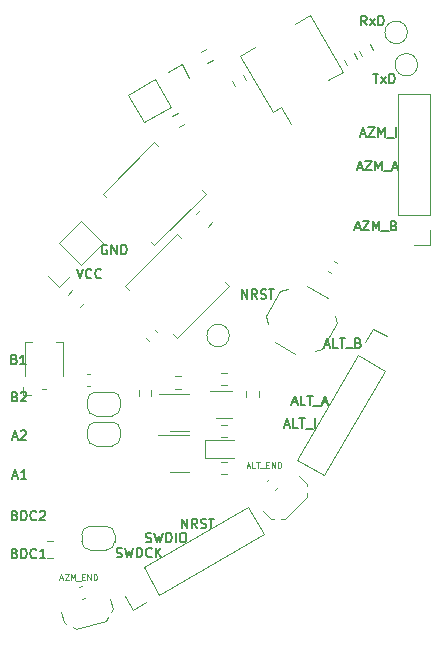
<source format=gbr>
%TF.GenerationSoftware,KiCad,Pcbnew,7.0.7*%
%TF.CreationDate,2023-12-04T17:40:57-05:00*%
%TF.ProjectId,PEEKbot_APS,5045454b-626f-4745-9f41-50532e6b6963,rev?*%
%TF.SameCoordinates,Original*%
%TF.FileFunction,Legend,Top*%
%TF.FilePolarity,Positive*%
%FSLAX46Y46*%
G04 Gerber Fmt 4.6, Leading zero omitted, Abs format (unit mm)*
G04 Created by KiCad (PCBNEW 7.0.7) date 2023-12-04 17:40:57*
%MOMM*%
%LPD*%
G01*
G04 APERTURE LIST*
%ADD10C,0.150000*%
%ADD11C,0.125000*%
%ADD12C,0.120000*%
G04 APERTURE END LIST*
D10*
X19656664Y-177313323D02*
X20037617Y-177313323D01*
X19580474Y-177541895D02*
X19847141Y-176741895D01*
X19847141Y-176741895D02*
X20113807Y-177541895D01*
X20342378Y-176818085D02*
X20380474Y-176779990D01*
X20380474Y-176779990D02*
X20456664Y-176741895D01*
X20456664Y-176741895D02*
X20647140Y-176741895D01*
X20647140Y-176741895D02*
X20723331Y-176779990D01*
X20723331Y-176779990D02*
X20761426Y-176818085D01*
X20761426Y-176818085D02*
X20799521Y-176894276D01*
X20799521Y-176894276D02*
X20799521Y-176970466D01*
X20799521Y-176970466D02*
X20761426Y-177084752D01*
X20761426Y-177084752D02*
X20304283Y-177541895D01*
X20304283Y-177541895D02*
X20799521Y-177541895D01*
X43329464Y-174366923D02*
X43710417Y-174366923D01*
X43253274Y-174595495D02*
X43519941Y-173795495D01*
X43519941Y-173795495D02*
X43786607Y-174595495D01*
X44434226Y-174595495D02*
X44053274Y-174595495D01*
X44053274Y-174595495D02*
X44053274Y-173795495D01*
X44586607Y-173795495D02*
X45043750Y-173795495D01*
X44815178Y-174595495D02*
X44815178Y-173795495D01*
X45119941Y-174671685D02*
X45729464Y-174671685D01*
X45881845Y-174366923D02*
X46262798Y-174366923D01*
X45805655Y-174595495D02*
X46072322Y-173795495D01*
X46072322Y-173795495D02*
X46338988Y-174595495D01*
X33969560Y-185009495D02*
X33969560Y-184209495D01*
X33969560Y-184209495D02*
X34426703Y-185009495D01*
X34426703Y-185009495D02*
X34426703Y-184209495D01*
X35264798Y-185009495D02*
X34998131Y-184628542D01*
X34807655Y-185009495D02*
X34807655Y-184209495D01*
X34807655Y-184209495D02*
X35112417Y-184209495D01*
X35112417Y-184209495D02*
X35188607Y-184247590D01*
X35188607Y-184247590D02*
X35226702Y-184285685D01*
X35226702Y-184285685D02*
X35264798Y-184361876D01*
X35264798Y-184361876D02*
X35264798Y-184476161D01*
X35264798Y-184476161D02*
X35226702Y-184552352D01*
X35226702Y-184552352D02*
X35188607Y-184590447D01*
X35188607Y-184590447D02*
X35112417Y-184628542D01*
X35112417Y-184628542D02*
X34807655Y-184628542D01*
X35569559Y-184971400D02*
X35683845Y-185009495D01*
X35683845Y-185009495D02*
X35874321Y-185009495D01*
X35874321Y-185009495D02*
X35950512Y-184971400D01*
X35950512Y-184971400D02*
X35988607Y-184933304D01*
X35988607Y-184933304D02*
X36026702Y-184857114D01*
X36026702Y-184857114D02*
X36026702Y-184780923D01*
X36026702Y-184780923D02*
X35988607Y-184704733D01*
X35988607Y-184704733D02*
X35950512Y-184666638D01*
X35950512Y-184666638D02*
X35874321Y-184628542D01*
X35874321Y-184628542D02*
X35721940Y-184590447D01*
X35721940Y-184590447D02*
X35645750Y-184552352D01*
X35645750Y-184552352D02*
X35607655Y-184514257D01*
X35607655Y-184514257D02*
X35569559Y-184438066D01*
X35569559Y-184438066D02*
X35569559Y-184361876D01*
X35569559Y-184361876D02*
X35607655Y-184285685D01*
X35607655Y-184285685D02*
X35645750Y-184247590D01*
X35645750Y-184247590D02*
X35721940Y-184209495D01*
X35721940Y-184209495D02*
X35912417Y-184209495D01*
X35912417Y-184209495D02*
X36026702Y-184247590D01*
X36255274Y-184209495D02*
X36712417Y-184209495D01*
X36483845Y-185009495D02*
X36483845Y-184209495D01*
D11*
X39496674Y-179773852D02*
X39734769Y-179773852D01*
X39449055Y-179916709D02*
X39615721Y-179416709D01*
X39615721Y-179416709D02*
X39782388Y-179916709D01*
X40187149Y-179916709D02*
X39949054Y-179916709D01*
X39949054Y-179916709D02*
X39949054Y-179416709D01*
X40282388Y-179416709D02*
X40568102Y-179416709D01*
X40425245Y-179916709D02*
X40425245Y-179416709D01*
X40615721Y-179964328D02*
X40996673Y-179964328D01*
X41115720Y-179654804D02*
X41282387Y-179654804D01*
X41353815Y-179916709D02*
X41115720Y-179916709D01*
X41115720Y-179916709D02*
X41115720Y-179416709D01*
X41115720Y-179416709D02*
X41353815Y-179416709D01*
X41568101Y-179916709D02*
X41568101Y-179416709D01*
X41568101Y-179416709D02*
X41853815Y-179916709D01*
X41853815Y-179916709D02*
X41853815Y-179416709D01*
X42091911Y-179916709D02*
X42091911Y-179416709D01*
X42091911Y-179416709D02*
X42210959Y-179416709D01*
X42210959Y-179416709D02*
X42282387Y-179440519D01*
X42282387Y-179440519D02*
X42330006Y-179488138D01*
X42330006Y-179488138D02*
X42353816Y-179535757D01*
X42353816Y-179535757D02*
X42377625Y-179630995D01*
X42377625Y-179630995D02*
X42377625Y-179702423D01*
X42377625Y-179702423D02*
X42353816Y-179797661D01*
X42353816Y-179797661D02*
X42330006Y-179845280D01*
X42330006Y-179845280D02*
X42282387Y-179892900D01*
X42282387Y-179892900D02*
X42210959Y-179916709D01*
X42210959Y-179916709D02*
X42091911Y-179916709D01*
D10*
X19809026Y-170722047D02*
X19923312Y-170760142D01*
X19923312Y-170760142D02*
X19961407Y-170798238D01*
X19961407Y-170798238D02*
X19999503Y-170874428D01*
X19999503Y-170874428D02*
X19999503Y-170988714D01*
X19999503Y-170988714D02*
X19961407Y-171064904D01*
X19961407Y-171064904D02*
X19923312Y-171103000D01*
X19923312Y-171103000D02*
X19847122Y-171141095D01*
X19847122Y-171141095D02*
X19542360Y-171141095D01*
X19542360Y-171141095D02*
X19542360Y-170341095D01*
X19542360Y-170341095D02*
X19809026Y-170341095D01*
X19809026Y-170341095D02*
X19885217Y-170379190D01*
X19885217Y-170379190D02*
X19923312Y-170417285D01*
X19923312Y-170417285D02*
X19961407Y-170493476D01*
X19961407Y-170493476D02*
X19961407Y-170569666D01*
X19961407Y-170569666D02*
X19923312Y-170645857D01*
X19923312Y-170645857D02*
X19885217Y-170683952D01*
X19885217Y-170683952D02*
X19809026Y-170722047D01*
X19809026Y-170722047D02*
X19542360Y-170722047D01*
X20761407Y-171141095D02*
X20304264Y-171141095D01*
X20532836Y-171141095D02*
X20532836Y-170341095D01*
X20532836Y-170341095D02*
X20456645Y-170455380D01*
X20456645Y-170455380D02*
X20380455Y-170531571D01*
X20380455Y-170531571D02*
X20304264Y-170569666D01*
X46079979Y-169498333D02*
X46460932Y-169498333D01*
X46003789Y-169726905D02*
X46270456Y-168926905D01*
X46270456Y-168926905D02*
X46537122Y-169726905D01*
X47184741Y-169726905D02*
X46803789Y-169726905D01*
X46803789Y-169726905D02*
X46803789Y-168926905D01*
X47337122Y-168926905D02*
X47794265Y-168926905D01*
X47565693Y-169726905D02*
X47565693Y-168926905D01*
X47870456Y-169803095D02*
X48479979Y-169803095D01*
X48937122Y-169307857D02*
X49051408Y-169345952D01*
X49051408Y-169345952D02*
X49089503Y-169384048D01*
X49089503Y-169384048D02*
X49127599Y-169460238D01*
X49127599Y-169460238D02*
X49127599Y-169574524D01*
X49127599Y-169574524D02*
X49089503Y-169650714D01*
X49089503Y-169650714D02*
X49051408Y-169688810D01*
X49051408Y-169688810D02*
X48975218Y-169726905D01*
X48975218Y-169726905D02*
X48670456Y-169726905D01*
X48670456Y-169726905D02*
X48670456Y-168926905D01*
X48670456Y-168926905D02*
X48937122Y-168926905D01*
X48937122Y-168926905D02*
X49013313Y-168965000D01*
X49013313Y-168965000D02*
X49051408Y-169003095D01*
X49051408Y-169003095D02*
X49089503Y-169079286D01*
X49089503Y-169079286D02*
X49089503Y-169155476D01*
X49089503Y-169155476D02*
X49051408Y-169231667D01*
X49051408Y-169231667D02*
X49013313Y-169269762D01*
X49013313Y-169269762D02*
X48937122Y-169307857D01*
X48937122Y-169307857D02*
X48670456Y-169307857D01*
X27632207Y-161082790D02*
X27556017Y-161044695D01*
X27556017Y-161044695D02*
X27441731Y-161044695D01*
X27441731Y-161044695D02*
X27327445Y-161082790D01*
X27327445Y-161082790D02*
X27251255Y-161158980D01*
X27251255Y-161158980D02*
X27213160Y-161235171D01*
X27213160Y-161235171D02*
X27175064Y-161387552D01*
X27175064Y-161387552D02*
X27175064Y-161501838D01*
X27175064Y-161501838D02*
X27213160Y-161654219D01*
X27213160Y-161654219D02*
X27251255Y-161730409D01*
X27251255Y-161730409D02*
X27327445Y-161806600D01*
X27327445Y-161806600D02*
X27441731Y-161844695D01*
X27441731Y-161844695D02*
X27517922Y-161844695D01*
X27517922Y-161844695D02*
X27632207Y-161806600D01*
X27632207Y-161806600D02*
X27670303Y-161768504D01*
X27670303Y-161768504D02*
X27670303Y-161501838D01*
X27670303Y-161501838D02*
X27517922Y-161501838D01*
X28013160Y-161844695D02*
X28013160Y-161044695D01*
X28013160Y-161044695D02*
X28470303Y-161844695D01*
X28470303Y-161844695D02*
X28470303Y-161044695D01*
X28851255Y-161844695D02*
X28851255Y-161044695D01*
X28851255Y-161044695D02*
X29041731Y-161044695D01*
X29041731Y-161044695D02*
X29156017Y-161082790D01*
X29156017Y-161082790D02*
X29232207Y-161158980D01*
X29232207Y-161158980D02*
X29270302Y-161235171D01*
X29270302Y-161235171D02*
X29308398Y-161387552D01*
X29308398Y-161387552D02*
X29308398Y-161501838D01*
X29308398Y-161501838D02*
X29270302Y-161654219D01*
X29270302Y-161654219D02*
X29232207Y-161730409D01*
X29232207Y-161730409D02*
X29156017Y-161806600D01*
X29156017Y-161806600D02*
X29041731Y-161844695D01*
X29041731Y-161844695D02*
X28851255Y-161844695D01*
D11*
X23647074Y-189273452D02*
X23885169Y-189273452D01*
X23599455Y-189416309D02*
X23766121Y-188916309D01*
X23766121Y-188916309D02*
X23932788Y-189416309D01*
X24051835Y-188916309D02*
X24385168Y-188916309D01*
X24385168Y-188916309D02*
X24051835Y-189416309D01*
X24051835Y-189416309D02*
X24385168Y-189416309D01*
X24575644Y-189416309D02*
X24575644Y-188916309D01*
X24575644Y-188916309D02*
X24742311Y-189273452D01*
X24742311Y-189273452D02*
X24908977Y-188916309D01*
X24908977Y-188916309D02*
X24908977Y-189416309D01*
X25028026Y-189463928D02*
X25408978Y-189463928D01*
X25528025Y-189154404D02*
X25694692Y-189154404D01*
X25766120Y-189416309D02*
X25528025Y-189416309D01*
X25528025Y-189416309D02*
X25528025Y-188916309D01*
X25528025Y-188916309D02*
X25766120Y-188916309D01*
X25980406Y-189416309D02*
X25980406Y-188916309D01*
X25980406Y-188916309D02*
X26266120Y-189416309D01*
X26266120Y-189416309D02*
X26266120Y-188916309D01*
X26504216Y-189416309D02*
X26504216Y-188916309D01*
X26504216Y-188916309D02*
X26623264Y-188916309D01*
X26623264Y-188916309D02*
X26694692Y-188940119D01*
X26694692Y-188940119D02*
X26742311Y-188987738D01*
X26742311Y-188987738D02*
X26766121Y-189035357D01*
X26766121Y-189035357D02*
X26789930Y-189130595D01*
X26789930Y-189130595D02*
X26789930Y-189202023D01*
X26789930Y-189202023D02*
X26766121Y-189297261D01*
X26766121Y-189297261D02*
X26742311Y-189344880D01*
X26742311Y-189344880D02*
X26694692Y-189392500D01*
X26694692Y-189392500D02*
X26623264Y-189416309D01*
X26623264Y-189416309D02*
X26504216Y-189416309D01*
D10*
X48866664Y-154504123D02*
X49247617Y-154504123D01*
X48790474Y-154732695D02*
X49057141Y-153932695D01*
X49057141Y-153932695D02*
X49323807Y-154732695D01*
X49514283Y-153932695D02*
X50047617Y-153932695D01*
X50047617Y-153932695D02*
X49514283Y-154732695D01*
X49514283Y-154732695D02*
X50047617Y-154732695D01*
X50352379Y-154732695D02*
X50352379Y-153932695D01*
X50352379Y-153932695D02*
X50619045Y-154504123D01*
X50619045Y-154504123D02*
X50885712Y-153932695D01*
X50885712Y-153932695D02*
X50885712Y-154732695D01*
X51076189Y-154808885D02*
X51685712Y-154808885D01*
X51838093Y-154504123D02*
X52219046Y-154504123D01*
X51761903Y-154732695D02*
X52028570Y-153932695D01*
X52028570Y-153932695D02*
X52295236Y-154732695D01*
X49615903Y-142439095D02*
X49349236Y-142058142D01*
X49158760Y-142439095D02*
X49158760Y-141639095D01*
X49158760Y-141639095D02*
X49463522Y-141639095D01*
X49463522Y-141639095D02*
X49539712Y-141677190D01*
X49539712Y-141677190D02*
X49577807Y-141715285D01*
X49577807Y-141715285D02*
X49615903Y-141791476D01*
X49615903Y-141791476D02*
X49615903Y-141905761D01*
X49615903Y-141905761D02*
X49577807Y-141981952D01*
X49577807Y-141981952D02*
X49539712Y-142020047D01*
X49539712Y-142020047D02*
X49463522Y-142058142D01*
X49463522Y-142058142D02*
X49158760Y-142058142D01*
X49882569Y-142439095D02*
X50301617Y-141905761D01*
X49882569Y-141905761D02*
X50301617Y-142439095D01*
X50606379Y-142439095D02*
X50606379Y-141639095D01*
X50606379Y-141639095D02*
X50796855Y-141639095D01*
X50796855Y-141639095D02*
X50911141Y-141677190D01*
X50911141Y-141677190D02*
X50987331Y-141753380D01*
X50987331Y-141753380D02*
X51025426Y-141829571D01*
X51025426Y-141829571D02*
X51063522Y-141981952D01*
X51063522Y-141981952D02*
X51063522Y-142096238D01*
X51063522Y-142096238D02*
X51025426Y-142248619D01*
X51025426Y-142248619D02*
X50987331Y-142324809D01*
X50987331Y-142324809D02*
X50911141Y-142401000D01*
X50911141Y-142401000D02*
X50796855Y-142439095D01*
X50796855Y-142439095D02*
X50606379Y-142439095D01*
X19859826Y-173871647D02*
X19974112Y-173909742D01*
X19974112Y-173909742D02*
X20012207Y-173947838D01*
X20012207Y-173947838D02*
X20050303Y-174024028D01*
X20050303Y-174024028D02*
X20050303Y-174138314D01*
X20050303Y-174138314D02*
X20012207Y-174214504D01*
X20012207Y-174214504D02*
X19974112Y-174252600D01*
X19974112Y-174252600D02*
X19897922Y-174290695D01*
X19897922Y-174290695D02*
X19593160Y-174290695D01*
X19593160Y-174290695D02*
X19593160Y-173490695D01*
X19593160Y-173490695D02*
X19859826Y-173490695D01*
X19859826Y-173490695D02*
X19936017Y-173528790D01*
X19936017Y-173528790D02*
X19974112Y-173566885D01*
X19974112Y-173566885D02*
X20012207Y-173643076D01*
X20012207Y-173643076D02*
X20012207Y-173719266D01*
X20012207Y-173719266D02*
X19974112Y-173795457D01*
X19974112Y-173795457D02*
X19936017Y-173833552D01*
X19936017Y-173833552D02*
X19859826Y-173871647D01*
X19859826Y-173871647D02*
X19593160Y-173871647D01*
X20355064Y-173566885D02*
X20393160Y-173528790D01*
X20393160Y-173528790D02*
X20469350Y-173490695D01*
X20469350Y-173490695D02*
X20659826Y-173490695D01*
X20659826Y-173490695D02*
X20736017Y-173528790D01*
X20736017Y-173528790D02*
X20774112Y-173566885D01*
X20774112Y-173566885D02*
X20812207Y-173643076D01*
X20812207Y-173643076D02*
X20812207Y-173719266D01*
X20812207Y-173719266D02*
X20774112Y-173833552D01*
X20774112Y-173833552D02*
X20316969Y-174290695D01*
X20316969Y-174290695D02*
X20812207Y-174290695D01*
X19859826Y-183930047D02*
X19974112Y-183968142D01*
X19974112Y-183968142D02*
X20012207Y-184006238D01*
X20012207Y-184006238D02*
X20050303Y-184082428D01*
X20050303Y-184082428D02*
X20050303Y-184196714D01*
X20050303Y-184196714D02*
X20012207Y-184272904D01*
X20012207Y-184272904D02*
X19974112Y-184311000D01*
X19974112Y-184311000D02*
X19897922Y-184349095D01*
X19897922Y-184349095D02*
X19593160Y-184349095D01*
X19593160Y-184349095D02*
X19593160Y-183549095D01*
X19593160Y-183549095D02*
X19859826Y-183549095D01*
X19859826Y-183549095D02*
X19936017Y-183587190D01*
X19936017Y-183587190D02*
X19974112Y-183625285D01*
X19974112Y-183625285D02*
X20012207Y-183701476D01*
X20012207Y-183701476D02*
X20012207Y-183777666D01*
X20012207Y-183777666D02*
X19974112Y-183853857D01*
X19974112Y-183853857D02*
X19936017Y-183891952D01*
X19936017Y-183891952D02*
X19859826Y-183930047D01*
X19859826Y-183930047D02*
X19593160Y-183930047D01*
X20393160Y-184349095D02*
X20393160Y-183549095D01*
X20393160Y-183549095D02*
X20583636Y-183549095D01*
X20583636Y-183549095D02*
X20697922Y-183587190D01*
X20697922Y-183587190D02*
X20774112Y-183663380D01*
X20774112Y-183663380D02*
X20812207Y-183739571D01*
X20812207Y-183739571D02*
X20850303Y-183891952D01*
X20850303Y-183891952D02*
X20850303Y-184006238D01*
X20850303Y-184006238D02*
X20812207Y-184158619D01*
X20812207Y-184158619D02*
X20774112Y-184234809D01*
X20774112Y-184234809D02*
X20697922Y-184311000D01*
X20697922Y-184311000D02*
X20583636Y-184349095D01*
X20583636Y-184349095D02*
X20393160Y-184349095D01*
X21650303Y-184272904D02*
X21612207Y-184311000D01*
X21612207Y-184311000D02*
X21497922Y-184349095D01*
X21497922Y-184349095D02*
X21421731Y-184349095D01*
X21421731Y-184349095D02*
X21307445Y-184311000D01*
X21307445Y-184311000D02*
X21231255Y-184234809D01*
X21231255Y-184234809D02*
X21193160Y-184158619D01*
X21193160Y-184158619D02*
X21155064Y-184006238D01*
X21155064Y-184006238D02*
X21155064Y-183891952D01*
X21155064Y-183891952D02*
X21193160Y-183739571D01*
X21193160Y-183739571D02*
X21231255Y-183663380D01*
X21231255Y-183663380D02*
X21307445Y-183587190D01*
X21307445Y-183587190D02*
X21421731Y-183549095D01*
X21421731Y-183549095D02*
X21497922Y-183549095D01*
X21497922Y-183549095D02*
X21612207Y-183587190D01*
X21612207Y-183587190D02*
X21650303Y-183625285D01*
X21955064Y-183625285D02*
X21993160Y-183587190D01*
X21993160Y-183587190D02*
X22069350Y-183549095D01*
X22069350Y-183549095D02*
X22259826Y-183549095D01*
X22259826Y-183549095D02*
X22336017Y-183587190D01*
X22336017Y-183587190D02*
X22374112Y-183625285D01*
X22374112Y-183625285D02*
X22412207Y-183701476D01*
X22412207Y-183701476D02*
X22412207Y-183777666D01*
X22412207Y-183777666D02*
X22374112Y-183891952D01*
X22374112Y-183891952D02*
X21916969Y-184349095D01*
X21916969Y-184349095D02*
X22412207Y-184349095D01*
X19656664Y-180615323D02*
X20037617Y-180615323D01*
X19580474Y-180843895D02*
X19847141Y-180043895D01*
X19847141Y-180043895D02*
X20113807Y-180843895D01*
X20799521Y-180843895D02*
X20342378Y-180843895D01*
X20570950Y-180843895D02*
X20570950Y-180043895D01*
X20570950Y-180043895D02*
X20494759Y-180158180D01*
X20494759Y-180158180D02*
X20418569Y-180234371D01*
X20418569Y-180234371D02*
X20342378Y-180272466D01*
X30934264Y-186190600D02*
X31048550Y-186228695D01*
X31048550Y-186228695D02*
X31239026Y-186228695D01*
X31239026Y-186228695D02*
X31315217Y-186190600D01*
X31315217Y-186190600D02*
X31353312Y-186152504D01*
X31353312Y-186152504D02*
X31391407Y-186076314D01*
X31391407Y-186076314D02*
X31391407Y-186000123D01*
X31391407Y-186000123D02*
X31353312Y-185923933D01*
X31353312Y-185923933D02*
X31315217Y-185885838D01*
X31315217Y-185885838D02*
X31239026Y-185847742D01*
X31239026Y-185847742D02*
X31086645Y-185809647D01*
X31086645Y-185809647D02*
X31010455Y-185771552D01*
X31010455Y-185771552D02*
X30972360Y-185733457D01*
X30972360Y-185733457D02*
X30934264Y-185657266D01*
X30934264Y-185657266D02*
X30934264Y-185581076D01*
X30934264Y-185581076D02*
X30972360Y-185504885D01*
X30972360Y-185504885D02*
X31010455Y-185466790D01*
X31010455Y-185466790D02*
X31086645Y-185428695D01*
X31086645Y-185428695D02*
X31277122Y-185428695D01*
X31277122Y-185428695D02*
X31391407Y-185466790D01*
X31658074Y-185428695D02*
X31848550Y-186228695D01*
X31848550Y-186228695D02*
X32000931Y-185657266D01*
X32000931Y-185657266D02*
X32153312Y-186228695D01*
X32153312Y-186228695D02*
X32343789Y-185428695D01*
X32648551Y-186228695D02*
X32648551Y-185428695D01*
X32648551Y-185428695D02*
X32839027Y-185428695D01*
X32839027Y-185428695D02*
X32953313Y-185466790D01*
X32953313Y-185466790D02*
X33029503Y-185542980D01*
X33029503Y-185542980D02*
X33067598Y-185619171D01*
X33067598Y-185619171D02*
X33105694Y-185771552D01*
X33105694Y-185771552D02*
X33105694Y-185885838D01*
X33105694Y-185885838D02*
X33067598Y-186038219D01*
X33067598Y-186038219D02*
X33029503Y-186114409D01*
X33029503Y-186114409D02*
X32953313Y-186190600D01*
X32953313Y-186190600D02*
X32839027Y-186228695D01*
X32839027Y-186228695D02*
X32648551Y-186228695D01*
X33448551Y-186228695D02*
X33448551Y-185428695D01*
X33981884Y-185428695D02*
X34134265Y-185428695D01*
X34134265Y-185428695D02*
X34210455Y-185466790D01*
X34210455Y-185466790D02*
X34286646Y-185542980D01*
X34286646Y-185542980D02*
X34324741Y-185695361D01*
X34324741Y-185695361D02*
X34324741Y-185962028D01*
X34324741Y-185962028D02*
X34286646Y-186114409D01*
X34286646Y-186114409D02*
X34210455Y-186190600D01*
X34210455Y-186190600D02*
X34134265Y-186228695D01*
X34134265Y-186228695D02*
X33981884Y-186228695D01*
X33981884Y-186228695D02*
X33905693Y-186190600D01*
X33905693Y-186190600D02*
X33829503Y-186114409D01*
X33829503Y-186114409D02*
X33791407Y-185962028D01*
X33791407Y-185962028D02*
X33791407Y-185695361D01*
X33791407Y-185695361D02*
X33829503Y-185542980D01*
X33829503Y-185542980D02*
X33905693Y-185466790D01*
X33905693Y-185466790D02*
X33981884Y-185428695D01*
X50162074Y-146566695D02*
X50619217Y-146566695D01*
X50390645Y-147366695D02*
X50390645Y-146566695D01*
X50809693Y-147366695D02*
X51228741Y-146833361D01*
X50809693Y-146833361D02*
X51228741Y-147366695D01*
X51533503Y-147366695D02*
X51533503Y-146566695D01*
X51533503Y-146566695D02*
X51723979Y-146566695D01*
X51723979Y-146566695D02*
X51838265Y-146604790D01*
X51838265Y-146604790D02*
X51914455Y-146680980D01*
X51914455Y-146680980D02*
X51952550Y-146757171D01*
X51952550Y-146757171D02*
X51990646Y-146909552D01*
X51990646Y-146909552D02*
X51990646Y-147023838D01*
X51990646Y-147023838D02*
X51952550Y-147176219D01*
X51952550Y-147176219D02*
X51914455Y-147252409D01*
X51914455Y-147252409D02*
X51838265Y-147328600D01*
X51838265Y-147328600D02*
X51723979Y-147366695D01*
X51723979Y-147366695D02*
X51533503Y-147366695D01*
X42669064Y-176297323D02*
X43050017Y-176297323D01*
X42592874Y-176525895D02*
X42859541Y-175725895D01*
X42859541Y-175725895D02*
X43126207Y-176525895D01*
X43773826Y-176525895D02*
X43392874Y-176525895D01*
X43392874Y-176525895D02*
X43392874Y-175725895D01*
X43926207Y-175725895D02*
X44383350Y-175725895D01*
X44154778Y-176525895D02*
X44154778Y-175725895D01*
X44459541Y-176602085D02*
X45069064Y-176602085D01*
X45259541Y-176525895D02*
X45259541Y-175725895D01*
X25066874Y-163076695D02*
X25333541Y-163876695D01*
X25333541Y-163876695D02*
X25600207Y-163076695D01*
X26324017Y-163800504D02*
X26285921Y-163838600D01*
X26285921Y-163838600D02*
X26171636Y-163876695D01*
X26171636Y-163876695D02*
X26095445Y-163876695D01*
X26095445Y-163876695D02*
X25981159Y-163838600D01*
X25981159Y-163838600D02*
X25904969Y-163762409D01*
X25904969Y-163762409D02*
X25866874Y-163686219D01*
X25866874Y-163686219D02*
X25828778Y-163533838D01*
X25828778Y-163533838D02*
X25828778Y-163419552D01*
X25828778Y-163419552D02*
X25866874Y-163267171D01*
X25866874Y-163267171D02*
X25904969Y-163190980D01*
X25904969Y-163190980D02*
X25981159Y-163114790D01*
X25981159Y-163114790D02*
X26095445Y-163076695D01*
X26095445Y-163076695D02*
X26171636Y-163076695D01*
X26171636Y-163076695D02*
X26285921Y-163114790D01*
X26285921Y-163114790D02*
X26324017Y-163152885D01*
X27124017Y-163800504D02*
X27085921Y-163838600D01*
X27085921Y-163838600D02*
X26971636Y-163876695D01*
X26971636Y-163876695D02*
X26895445Y-163876695D01*
X26895445Y-163876695D02*
X26781159Y-163838600D01*
X26781159Y-163838600D02*
X26704969Y-163762409D01*
X26704969Y-163762409D02*
X26666874Y-163686219D01*
X26666874Y-163686219D02*
X26628778Y-163533838D01*
X26628778Y-163533838D02*
X26628778Y-163419552D01*
X26628778Y-163419552D02*
X26666874Y-163267171D01*
X26666874Y-163267171D02*
X26704969Y-163190980D01*
X26704969Y-163190980D02*
X26781159Y-163114790D01*
X26781159Y-163114790D02*
X26895445Y-163076695D01*
X26895445Y-163076695D02*
X26971636Y-163076695D01*
X26971636Y-163076695D02*
X27085921Y-163114790D01*
X27085921Y-163114790D02*
X27124017Y-163152885D01*
X48663464Y-159584123D02*
X49044417Y-159584123D01*
X48587274Y-159812695D02*
X48853941Y-159012695D01*
X48853941Y-159012695D02*
X49120607Y-159812695D01*
X49311083Y-159012695D02*
X49844417Y-159012695D01*
X49844417Y-159012695D02*
X49311083Y-159812695D01*
X49311083Y-159812695D02*
X49844417Y-159812695D01*
X50149179Y-159812695D02*
X50149179Y-159012695D01*
X50149179Y-159012695D02*
X50415845Y-159584123D01*
X50415845Y-159584123D02*
X50682512Y-159012695D01*
X50682512Y-159012695D02*
X50682512Y-159812695D01*
X50872989Y-159888885D02*
X51482512Y-159888885D01*
X51939655Y-159393647D02*
X52053941Y-159431742D01*
X52053941Y-159431742D02*
X52092036Y-159469838D01*
X52092036Y-159469838D02*
X52130132Y-159546028D01*
X52130132Y-159546028D02*
X52130132Y-159660314D01*
X52130132Y-159660314D02*
X52092036Y-159736504D01*
X52092036Y-159736504D02*
X52053941Y-159774600D01*
X52053941Y-159774600D02*
X51977751Y-159812695D01*
X51977751Y-159812695D02*
X51672989Y-159812695D01*
X51672989Y-159812695D02*
X51672989Y-159012695D01*
X51672989Y-159012695D02*
X51939655Y-159012695D01*
X51939655Y-159012695D02*
X52015846Y-159050790D01*
X52015846Y-159050790D02*
X52053941Y-159088885D01*
X52053941Y-159088885D02*
X52092036Y-159165076D01*
X52092036Y-159165076D02*
X52092036Y-159241266D01*
X52092036Y-159241266D02*
X52053941Y-159317457D01*
X52053941Y-159317457D02*
X52015846Y-159355552D01*
X52015846Y-159355552D02*
X51939655Y-159393647D01*
X51939655Y-159393647D02*
X51672989Y-159393647D01*
X49120664Y-151659323D02*
X49501617Y-151659323D01*
X49044474Y-151887895D02*
X49311141Y-151087895D01*
X49311141Y-151087895D02*
X49577807Y-151887895D01*
X49768283Y-151087895D02*
X50301617Y-151087895D01*
X50301617Y-151087895D02*
X49768283Y-151887895D01*
X49768283Y-151887895D02*
X50301617Y-151887895D01*
X50606379Y-151887895D02*
X50606379Y-151087895D01*
X50606379Y-151087895D02*
X50873045Y-151659323D01*
X50873045Y-151659323D02*
X51139712Y-151087895D01*
X51139712Y-151087895D02*
X51139712Y-151887895D01*
X51330189Y-151964085D02*
X51939712Y-151964085D01*
X52130189Y-151887895D02*
X52130189Y-151087895D01*
X19859826Y-187130447D02*
X19974112Y-187168542D01*
X19974112Y-187168542D02*
X20012207Y-187206638D01*
X20012207Y-187206638D02*
X20050303Y-187282828D01*
X20050303Y-187282828D02*
X20050303Y-187397114D01*
X20050303Y-187397114D02*
X20012207Y-187473304D01*
X20012207Y-187473304D02*
X19974112Y-187511400D01*
X19974112Y-187511400D02*
X19897922Y-187549495D01*
X19897922Y-187549495D02*
X19593160Y-187549495D01*
X19593160Y-187549495D02*
X19593160Y-186749495D01*
X19593160Y-186749495D02*
X19859826Y-186749495D01*
X19859826Y-186749495D02*
X19936017Y-186787590D01*
X19936017Y-186787590D02*
X19974112Y-186825685D01*
X19974112Y-186825685D02*
X20012207Y-186901876D01*
X20012207Y-186901876D02*
X20012207Y-186978066D01*
X20012207Y-186978066D02*
X19974112Y-187054257D01*
X19974112Y-187054257D02*
X19936017Y-187092352D01*
X19936017Y-187092352D02*
X19859826Y-187130447D01*
X19859826Y-187130447D02*
X19593160Y-187130447D01*
X20393160Y-187549495D02*
X20393160Y-186749495D01*
X20393160Y-186749495D02*
X20583636Y-186749495D01*
X20583636Y-186749495D02*
X20697922Y-186787590D01*
X20697922Y-186787590D02*
X20774112Y-186863780D01*
X20774112Y-186863780D02*
X20812207Y-186939971D01*
X20812207Y-186939971D02*
X20850303Y-187092352D01*
X20850303Y-187092352D02*
X20850303Y-187206638D01*
X20850303Y-187206638D02*
X20812207Y-187359019D01*
X20812207Y-187359019D02*
X20774112Y-187435209D01*
X20774112Y-187435209D02*
X20697922Y-187511400D01*
X20697922Y-187511400D02*
X20583636Y-187549495D01*
X20583636Y-187549495D02*
X20393160Y-187549495D01*
X21650303Y-187473304D02*
X21612207Y-187511400D01*
X21612207Y-187511400D02*
X21497922Y-187549495D01*
X21497922Y-187549495D02*
X21421731Y-187549495D01*
X21421731Y-187549495D02*
X21307445Y-187511400D01*
X21307445Y-187511400D02*
X21231255Y-187435209D01*
X21231255Y-187435209D02*
X21193160Y-187359019D01*
X21193160Y-187359019D02*
X21155064Y-187206638D01*
X21155064Y-187206638D02*
X21155064Y-187092352D01*
X21155064Y-187092352D02*
X21193160Y-186939971D01*
X21193160Y-186939971D02*
X21231255Y-186863780D01*
X21231255Y-186863780D02*
X21307445Y-186787590D01*
X21307445Y-186787590D02*
X21421731Y-186749495D01*
X21421731Y-186749495D02*
X21497922Y-186749495D01*
X21497922Y-186749495D02*
X21612207Y-186787590D01*
X21612207Y-186787590D02*
X21650303Y-186825685D01*
X22412207Y-187549495D02*
X21955064Y-187549495D01*
X22183636Y-187549495D02*
X22183636Y-186749495D01*
X22183636Y-186749495D02*
X22107445Y-186863780D01*
X22107445Y-186863780D02*
X22031255Y-186939971D01*
X22031255Y-186939971D02*
X21955064Y-186978066D01*
X39049560Y-165603895D02*
X39049560Y-164803895D01*
X39049560Y-164803895D02*
X39506703Y-165603895D01*
X39506703Y-165603895D02*
X39506703Y-164803895D01*
X40344798Y-165603895D02*
X40078131Y-165222942D01*
X39887655Y-165603895D02*
X39887655Y-164803895D01*
X39887655Y-164803895D02*
X40192417Y-164803895D01*
X40192417Y-164803895D02*
X40268607Y-164841990D01*
X40268607Y-164841990D02*
X40306702Y-164880085D01*
X40306702Y-164880085D02*
X40344798Y-164956276D01*
X40344798Y-164956276D02*
X40344798Y-165070561D01*
X40344798Y-165070561D02*
X40306702Y-165146752D01*
X40306702Y-165146752D02*
X40268607Y-165184847D01*
X40268607Y-165184847D02*
X40192417Y-165222942D01*
X40192417Y-165222942D02*
X39887655Y-165222942D01*
X40649559Y-165565800D02*
X40763845Y-165603895D01*
X40763845Y-165603895D02*
X40954321Y-165603895D01*
X40954321Y-165603895D02*
X41030512Y-165565800D01*
X41030512Y-165565800D02*
X41068607Y-165527704D01*
X41068607Y-165527704D02*
X41106702Y-165451514D01*
X41106702Y-165451514D02*
X41106702Y-165375323D01*
X41106702Y-165375323D02*
X41068607Y-165299133D01*
X41068607Y-165299133D02*
X41030512Y-165261038D01*
X41030512Y-165261038D02*
X40954321Y-165222942D01*
X40954321Y-165222942D02*
X40801940Y-165184847D01*
X40801940Y-165184847D02*
X40725750Y-165146752D01*
X40725750Y-165146752D02*
X40687655Y-165108657D01*
X40687655Y-165108657D02*
X40649559Y-165032466D01*
X40649559Y-165032466D02*
X40649559Y-164956276D01*
X40649559Y-164956276D02*
X40687655Y-164880085D01*
X40687655Y-164880085D02*
X40725750Y-164841990D01*
X40725750Y-164841990D02*
X40801940Y-164803895D01*
X40801940Y-164803895D02*
X40992417Y-164803895D01*
X40992417Y-164803895D02*
X41106702Y-164841990D01*
X41335274Y-164803895D02*
X41792417Y-164803895D01*
X41563845Y-165603895D02*
X41563845Y-164803895D01*
X28445064Y-187460600D02*
X28559350Y-187498695D01*
X28559350Y-187498695D02*
X28749826Y-187498695D01*
X28749826Y-187498695D02*
X28826017Y-187460600D01*
X28826017Y-187460600D02*
X28864112Y-187422504D01*
X28864112Y-187422504D02*
X28902207Y-187346314D01*
X28902207Y-187346314D02*
X28902207Y-187270123D01*
X28902207Y-187270123D02*
X28864112Y-187193933D01*
X28864112Y-187193933D02*
X28826017Y-187155838D01*
X28826017Y-187155838D02*
X28749826Y-187117742D01*
X28749826Y-187117742D02*
X28597445Y-187079647D01*
X28597445Y-187079647D02*
X28521255Y-187041552D01*
X28521255Y-187041552D02*
X28483160Y-187003457D01*
X28483160Y-187003457D02*
X28445064Y-186927266D01*
X28445064Y-186927266D02*
X28445064Y-186851076D01*
X28445064Y-186851076D02*
X28483160Y-186774885D01*
X28483160Y-186774885D02*
X28521255Y-186736790D01*
X28521255Y-186736790D02*
X28597445Y-186698695D01*
X28597445Y-186698695D02*
X28787922Y-186698695D01*
X28787922Y-186698695D02*
X28902207Y-186736790D01*
X29168874Y-186698695D02*
X29359350Y-187498695D01*
X29359350Y-187498695D02*
X29511731Y-186927266D01*
X29511731Y-186927266D02*
X29664112Y-187498695D01*
X29664112Y-187498695D02*
X29854589Y-186698695D01*
X30159351Y-187498695D02*
X30159351Y-186698695D01*
X30159351Y-186698695D02*
X30349827Y-186698695D01*
X30349827Y-186698695D02*
X30464113Y-186736790D01*
X30464113Y-186736790D02*
X30540303Y-186812980D01*
X30540303Y-186812980D02*
X30578398Y-186889171D01*
X30578398Y-186889171D02*
X30616494Y-187041552D01*
X30616494Y-187041552D02*
X30616494Y-187155838D01*
X30616494Y-187155838D02*
X30578398Y-187308219D01*
X30578398Y-187308219D02*
X30540303Y-187384409D01*
X30540303Y-187384409D02*
X30464113Y-187460600D01*
X30464113Y-187460600D02*
X30349827Y-187498695D01*
X30349827Y-187498695D02*
X30159351Y-187498695D01*
X31416494Y-187422504D02*
X31378398Y-187460600D01*
X31378398Y-187460600D02*
X31264113Y-187498695D01*
X31264113Y-187498695D02*
X31187922Y-187498695D01*
X31187922Y-187498695D02*
X31073636Y-187460600D01*
X31073636Y-187460600D02*
X30997446Y-187384409D01*
X30997446Y-187384409D02*
X30959351Y-187308219D01*
X30959351Y-187308219D02*
X30921255Y-187155838D01*
X30921255Y-187155838D02*
X30921255Y-187041552D01*
X30921255Y-187041552D02*
X30959351Y-186889171D01*
X30959351Y-186889171D02*
X30997446Y-186812980D01*
X30997446Y-186812980D02*
X31073636Y-186736790D01*
X31073636Y-186736790D02*
X31187922Y-186698695D01*
X31187922Y-186698695D02*
X31264113Y-186698695D01*
X31264113Y-186698695D02*
X31378398Y-186736790D01*
X31378398Y-186736790D02*
X31416494Y-186774885D01*
X31759351Y-187498695D02*
X31759351Y-186698695D01*
X32216494Y-187498695D02*
X31873636Y-187041552D01*
X32216494Y-186698695D02*
X31759351Y-187155838D01*
D12*
%TO.C,JP3*%
X28774588Y-174187102D02*
X28774588Y-174787102D01*
X28074588Y-175487102D02*
X26674588Y-175487102D01*
X26674588Y-173487102D02*
X28074588Y-173487102D01*
X25974588Y-174787102D02*
X25974588Y-174187102D01*
X28074588Y-175487102D02*
G75*
G03*
X28774588Y-174787102I1J699999D01*
G01*
X28774588Y-174187102D02*
G75*
G03*
X28074588Y-173487102I-699999J1D01*
G01*
X25974588Y-174787102D02*
G75*
G03*
X26674588Y-175487102I700000J0D01*
G01*
X26674588Y-173487102D02*
G75*
G03*
X25974588Y-174187102I0J-700000D01*
G01*
%TO.C,C10*%
X41171287Y-181026978D02*
X41378140Y-180820125D01*
X41892536Y-181748227D02*
X42099389Y-181541374D01*
%TO.C,R9*%
X39427298Y-173895417D02*
X39427298Y-173385969D01*
X40472298Y-173895417D02*
X40472298Y-173385969D01*
%TO.C,R11*%
X37783716Y-172896400D02*
X37274268Y-172896400D01*
X37783716Y-171851400D02*
X37274268Y-171851400D01*
%TO.C,J1*%
X33948607Y-145718387D02*
X34613607Y-146870201D01*
X32796793Y-146383387D02*
X33948607Y-145718387D01*
X31696941Y-147018387D02*
X29445275Y-148318387D01*
X31696941Y-147018387D02*
X33026941Y-149322015D01*
X29445275Y-148318387D02*
X30775275Y-150622015D01*
X33026941Y-149322015D02*
X30775275Y-150622015D01*
%TO.C,SW1*%
X43247399Y-150841486D02*
X42404399Y-149381367D01*
X41697723Y-149789367D02*
X42404399Y-149381367D01*
X41697723Y-149789367D02*
X38937723Y-145008907D01*
X46345681Y-147105867D02*
X47588427Y-146388367D01*
X47588427Y-146388367D02*
X44828427Y-141607907D01*
X38937723Y-145008907D02*
X40180469Y-144291407D01*
X43585681Y-142325407D02*
X44828427Y-141607907D01*
%TO.C,C8*%
X25266342Y-190032044D02*
X25548908Y-189956330D01*
X25530338Y-191017288D02*
X25812904Y-190941574D01*
%TO.C,R7*%
X39134338Y-146624059D02*
X39389062Y-147065253D01*
X38229342Y-147146559D02*
X38484066Y-147587753D01*
%TO.C,R8*%
X36576099Y-145349195D02*
X36134905Y-145603919D01*
X36053599Y-144444199D02*
X35612405Y-144698923D01*
%TO.C,Q2*%
X33800714Y-173658693D02*
X32000714Y-173658693D01*
X33800714Y-173658693D02*
X34600714Y-173658693D01*
X33800714Y-176778693D02*
X33000714Y-176778693D01*
X33800714Y-176778693D02*
X34600714Y-176778693D01*
%TO.C,C13*%
X31176355Y-169151912D02*
X30969502Y-168945059D01*
X31897604Y-168430663D02*
X31690751Y-168223810D01*
%TO.C,R12*%
X37836415Y-177316011D02*
X37326967Y-177316011D01*
X37836415Y-176271011D02*
X37326967Y-176271011D01*
%TO.C,R13*%
X35919813Y-177582487D02*
X35919813Y-179052487D01*
X35919813Y-179052487D02*
X38379813Y-179052487D01*
X38379813Y-177582487D02*
X35919813Y-177582487D01*
%TO.C,VR1*%
X20514211Y-173757492D02*
X21214211Y-173757492D01*
X22114211Y-173257492D02*
X22514211Y-173257492D01*
X20514211Y-173057492D02*
X20514211Y-173757492D01*
X20714211Y-172157492D02*
X20714211Y-169257492D01*
X23914211Y-172157492D02*
X23914211Y-169257492D01*
X20714211Y-169257492D02*
X21314211Y-169257492D01*
X23914211Y-169257492D02*
X23314211Y-169257492D01*
%TO.C,TP2*%
X37994158Y-168712087D02*
G75*
G03*
X37994158Y-168712087I-949999J0D01*
G01*
%TO.C,C2*%
X46560970Y-163418021D02*
X46307628Y-163271754D01*
X47070970Y-162534676D02*
X46817628Y-162388409D01*
%TO.C,R15*%
X33362687Y-172156196D02*
X33872135Y-172156196D01*
X33362687Y-173201196D02*
X33872135Y-173201196D01*
%TO.C,R6*%
X48584099Y-144817800D02*
X48838823Y-145258994D01*
X47679103Y-145340300D02*
X47933827Y-145781494D01*
%TO.C,C11*%
X26239371Y-173015899D02*
X25946837Y-173015899D01*
X26239371Y-171995899D02*
X25946837Y-171995899D01*
%TO.C,U4*%
X41526737Y-184259682D02*
X40854986Y-183587930D01*
X41738869Y-184259682D02*
X41526737Y-184259682D01*
X42693463Y-184224327D02*
X42339910Y-184224327D01*
X42693463Y-184224327D02*
X44531941Y-182385849D01*
X44531941Y-182385849D02*
X44531941Y-182032296D01*
X44531941Y-181466610D02*
X44531941Y-181254478D01*
X43860190Y-180582727D02*
X44531941Y-181254478D01*
%TO.C,R16*%
X31396707Y-173287570D02*
X31396707Y-173797018D01*
X30351707Y-173287570D02*
X30351707Y-173797018D01*
%TO.C,R25*%
X33170889Y-150108937D02*
X33612083Y-149854213D01*
X33693389Y-151013933D02*
X34134583Y-150759209D01*
%TO.C,C18*%
X23049161Y-187566509D02*
X22526657Y-187566509D01*
X23049161Y-186096509D02*
X22526657Y-186096509D01*
%TO.C,JP4*%
X28774627Y-176727092D02*
X28774627Y-177327092D01*
X28074627Y-178027092D02*
X26674627Y-178027092D01*
X26674627Y-176027092D02*
X28074627Y-176027092D01*
X25974627Y-177327092D02*
X25974627Y-176727092D01*
X28074627Y-178027092D02*
G75*
G03*
X28774627Y-177327092I1J699999D01*
G01*
X28774627Y-176727092D02*
G75*
G03*
X28074627Y-176027092I-699999J1D01*
G01*
X25974627Y-177327092D02*
G75*
G03*
X26674627Y-178027092I700000J0D01*
G01*
X26674627Y-176027092D02*
G75*
G03*
X25974627Y-176727092I0J-700000D01*
G01*
%TO.C,L1*%
X29199226Y-164526522D02*
X29517424Y-164844720D01*
X29199226Y-164526522D02*
X33583288Y-160142460D01*
X33583288Y-168910584D02*
X33265090Y-168592386D01*
X33583288Y-160142460D02*
X33901486Y-160460658D01*
X37967350Y-164526522D02*
X33583288Y-168910584D01*
X37967350Y-164526522D02*
X37649152Y-164208324D01*
%TO.C,S1*%
X46313370Y-165493508D02*
X44581320Y-164493508D01*
X46914203Y-167052835D02*
X47078915Y-167667546D01*
X42930487Y-164752835D02*
X42315775Y-164917546D01*
X47078915Y-167667546D02*
X45828915Y-169832610D01*
X42315775Y-164917546D02*
X41065775Y-167082610D01*
X45214203Y-169997321D02*
X45828915Y-169832610D01*
X41230487Y-167697321D02*
X41065775Y-167082610D01*
X43563370Y-170256648D02*
X41831320Y-169256648D01*
%TO.C,L2*%
X27272414Y-156687388D02*
X27590612Y-157005586D01*
X27272414Y-156687388D02*
X31656476Y-152303326D01*
X31656476Y-161071450D02*
X31338278Y-160753252D01*
X31656476Y-152303326D02*
X31974674Y-152621524D01*
X36040538Y-156687388D02*
X31656476Y-161071450D01*
X36040538Y-156687388D02*
X35722340Y-156369190D01*
%TO.C,J3*%
X54972826Y-161085108D02*
X53642826Y-161085108D01*
X54972826Y-159755108D02*
X54972826Y-161085108D01*
X54972826Y-158485108D02*
X54972826Y-148265108D01*
X54972826Y-158485108D02*
X52312826Y-158485108D01*
X54972826Y-148265108D02*
X52312826Y-148265108D01*
X52312826Y-158485108D02*
X52312826Y-148265108D01*
%TO.C,R5*%
X49903945Y-144055803D02*
X50158669Y-144496997D01*
X48998949Y-144578303D02*
X49253673Y-145019497D01*
%TO.C,TP3*%
X53932402Y-145785099D02*
G75*
G03*
X53932402Y-145785099I-950000J0D01*
G01*
%TO.C,Q1*%
X33738914Y-177148700D02*
X31938914Y-177148700D01*
X33738914Y-177148700D02*
X34538914Y-177148700D01*
X33738914Y-180268700D02*
X32938914Y-180268700D01*
X33738914Y-180268700D02*
X34538914Y-180268700D01*
%TO.C,F1*%
X25723735Y-165914016D02*
X25354268Y-166283483D01*
X24684288Y-164874569D02*
X24314821Y-165244036D01*
%TO.C,TP4*%
X53068813Y-143041899D02*
G75*
G03*
X53068813Y-143041899I-950000J0D01*
G01*
%TO.C,R18*%
X37783726Y-180465600D02*
X37274278Y-180465600D01*
X37783726Y-179420600D02*
X37274278Y-179420600D01*
%TO.C,J4*%
X50156290Y-168122805D02*
X51308104Y-168787805D01*
X49491290Y-169274619D02*
X50156290Y-168122805D01*
X48856290Y-170374471D02*
X43746290Y-179225251D01*
X48856290Y-170374471D02*
X51159918Y-171704471D01*
X43746290Y-179225251D02*
X46049918Y-180555251D01*
X51159918Y-171704471D02*
X46049918Y-180555251D01*
%TO.C,J5*%
X23601238Y-164582381D02*
X22660786Y-163641929D01*
X24541690Y-163641929D02*
X23601238Y-164582381D01*
X25439716Y-162743903D02*
X27278193Y-160905426D01*
X25439716Y-162743903D02*
X23558812Y-160862999D01*
X27278193Y-160905426D02*
X25397289Y-159024522D01*
X23558812Y-160862999D02*
X25397289Y-159024522D01*
%TO.C,U5*%
X36844221Y-175718303D02*
X38244221Y-175718303D01*
X38244221Y-173398303D02*
X36344221Y-173398303D01*
%TO.C,U2*%
X24007941Y-192995927D02*
X23762062Y-192078298D01*
X24191652Y-193101993D02*
X24007941Y-192995927D01*
X25036033Y-193548672D02*
X24729846Y-193371895D01*
X25036033Y-193548672D02*
X27547440Y-192875742D01*
X27547440Y-192875742D02*
X27724217Y-192569556D01*
X28007059Y-192079658D02*
X28113125Y-191895946D01*
X27867247Y-190978317D02*
X28113125Y-191895946D01*
%TO.C,C20*%
X35147603Y-158455504D02*
X35517070Y-158086037D01*
X36187050Y-159494951D02*
X36556517Y-159125484D01*
%TO.C,J2*%
X29823496Y-191950302D02*
X29158496Y-190798488D01*
X30975310Y-191285302D02*
X29823496Y-191950302D01*
X32075162Y-190650302D02*
X40925942Y-185540302D01*
X32075162Y-190650302D02*
X30745162Y-188346674D01*
X40925942Y-185540302D02*
X39595942Y-183236674D01*
X30745162Y-188346674D02*
X39595942Y-183236674D01*
%TO.C,JP5*%
X28292293Y-185558296D02*
X28292293Y-186158296D01*
X27592293Y-186858296D02*
X26192293Y-186858296D01*
X26192293Y-184858296D02*
X27592293Y-184858296D01*
X25492293Y-186158296D02*
X25492293Y-185558296D01*
X27592293Y-186858296D02*
G75*
G03*
X28292293Y-186158296I1J699999D01*
G01*
X28292293Y-185558296D02*
G75*
G03*
X27592293Y-184858296I-699999J1D01*
G01*
X25492293Y-186158296D02*
G75*
G03*
X26192293Y-186858296I700000J0D01*
G01*
X26192293Y-184858296D02*
G75*
G03*
X25492293Y-185558296I0J-700000D01*
G01*
%TD*%
M02*

</source>
